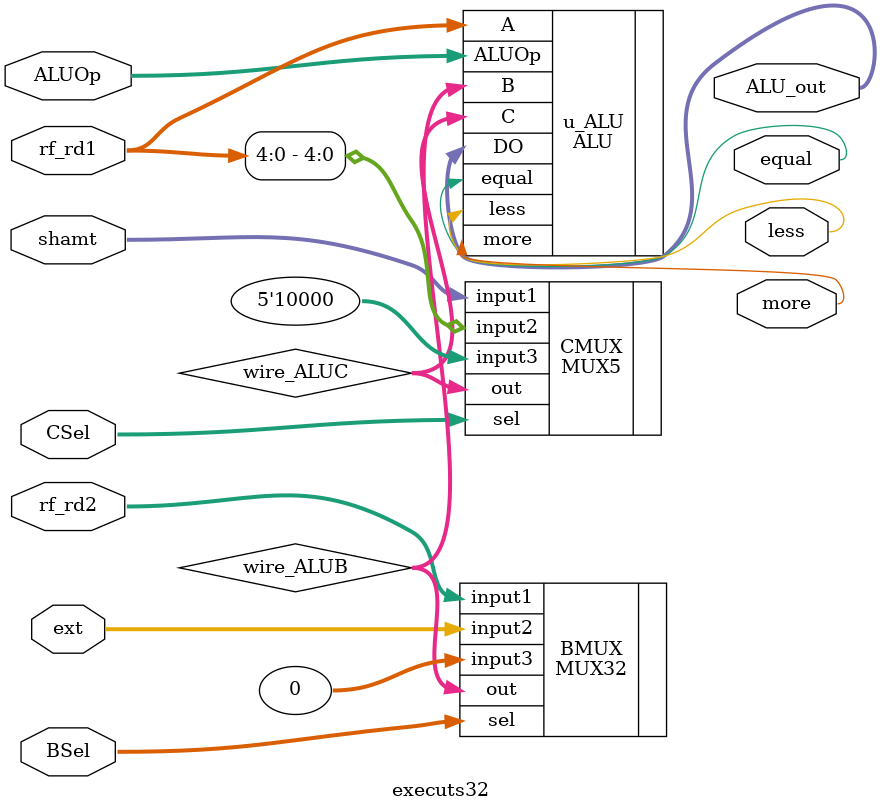
<source format=v>
`timescale 1ns / 1ps


module executs32(
    input[31:0] rf_rd1,
    input[31:0] rf_rd2,
    input[31:0] ext,
    input[4:0] shamt,
    input[3:0] ALUOp,
    input[1:0] BSel,
    input[1:0] CSel,
    output[31:0] ALU_out,
    output less,
    output equal,
    output more
    );
    wire[31:0] wire_ALUB;
    wire[31:0] wire_ALUC;
    
    
    MUX32 BMUX(.input1(rf_rd2),.input2(ext),.input3(32'd0),.out(wire_ALUB),.sel(BSel));
    MUX5 CMUX(.input1(shamt),.input2(rf_rd1[4:0]),.input3(5'b10000),.out(wire_ALUC),.sel(CSel));
    ALU u_ALU(.A(rf_rd1),.B(wire_ALUB),.C(wire_ALUC),.ALUOp(ALUOp),.DO(ALU_out),.equal(equal),.less(less),.more(more));
endmodule

</source>
